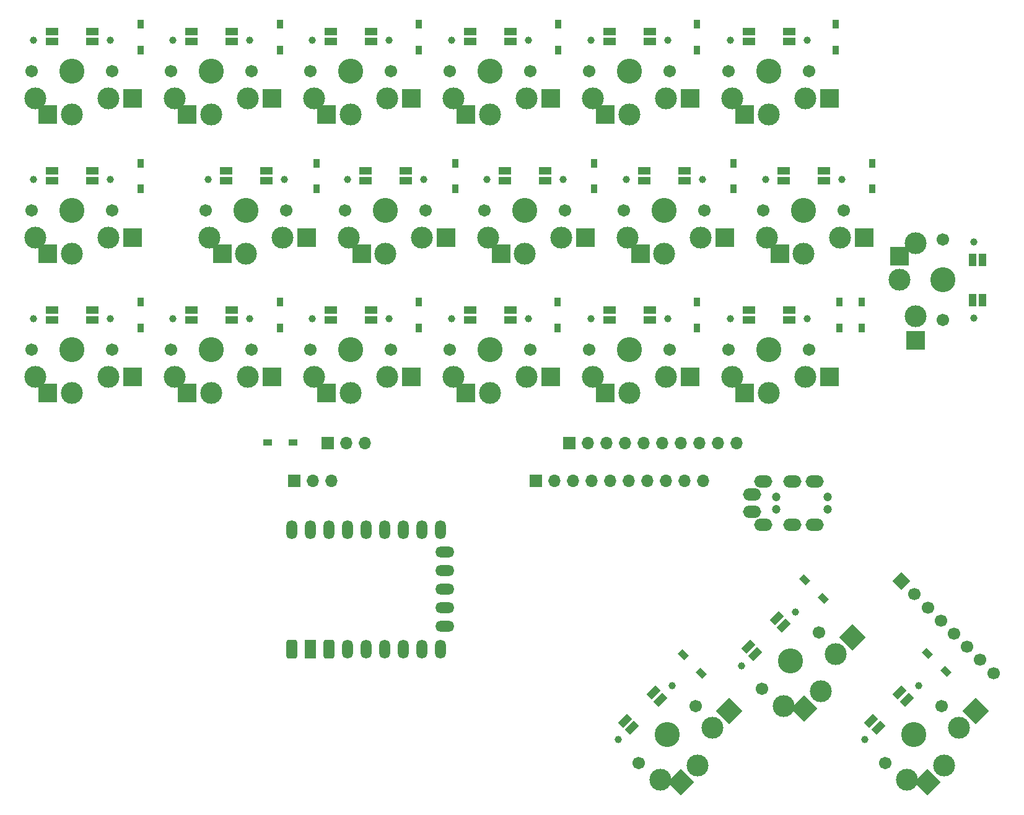
<source format=gbr>
G04 #@! TF.GenerationSoftware,KiCad,Pcbnew,8.0.3*
G04 #@! TF.CreationDate,2024-06-24T22:19:19+09:00*
G04 #@! TF.ProjectId,sepsepkbd,73657073-6570-46b6-9264-2e6b69636164,2.1*
G04 #@! TF.SameCoordinates,Original*
G04 #@! TF.FileFunction,Soldermask,Top*
G04 #@! TF.FilePolarity,Negative*
%FSLAX46Y46*%
G04 Gerber Fmt 4.6, Leading zero omitted, Abs format (unit mm)*
G04 Created by KiCad (PCBNEW 8.0.3) date 2024-06-24 22:19:19*
%MOMM*%
%LPD*%
G01*
G04 APERTURE LIST*
G04 Aperture macros list*
%AMRoundRect*
0 Rectangle with rounded corners*
0 $1 Rounding radius*
0 $2 $3 $4 $5 $6 $7 $8 $9 X,Y pos of 4 corners*
0 Add a 4 corners polygon primitive as box body*
4,1,4,$2,$3,$4,$5,$6,$7,$8,$9,$2,$3,0*
0 Add four circle primitives for the rounded corners*
1,1,$1+$1,$2,$3*
1,1,$1+$1,$4,$5*
1,1,$1+$1,$6,$7*
1,1,$1+$1,$8,$9*
0 Add four rect primitives between the rounded corners*
20,1,$1+$1,$2,$3,$4,$5,0*
20,1,$1+$1,$4,$5,$6,$7,0*
20,1,$1+$1,$6,$7,$8,$9,0*
20,1,$1+$1,$8,$9,$2,$3,0*%
%AMHorizOval*
0 Thick line with rounded ends*
0 $1 width*
0 $2 $3 position (X,Y) of the first rounded end (center of the circle)*
0 $4 $5 position (X,Y) of the second rounded end (center of the circle)*
0 Add line between two ends*
20,1,$1,$2,$3,$4,$5,0*
0 Add two circle primitives to create the rounded ends*
1,1,$1,$2,$3*
1,1,$1,$4,$5*%
%AMRotRect*
0 Rectangle, with rotation*
0 The origin of the aperture is its center*
0 $1 length*
0 $2 width*
0 $3 Rotation angle, in degrees counterclockwise*
0 Add horizontal line*
21,1,$1,$2,0,0,$3*%
G04 Aperture macros list end*
%ADD10R,1.700000X1.700000*%
%ADD11O,1.700000X1.700000*%
%ADD12RotRect,1.700000X1.700000X45.000000*%
%ADD13HorizOval,1.700000X0.000000X0.000000X0.000000X0.000000X0*%
%ADD14R,0.950000X1.300000*%
%ADD15R,1.700000X1.000000*%
%ADD16C,1.701800*%
%ADD17C,0.990600*%
%ADD18C,3.000000*%
%ADD19C,3.429000*%
%ADD20R,2.600000X2.600000*%
%ADD21RotRect,2.600000X2.600000X45.000000*%
%ADD22R,1.000000X1.700000*%
%ADD23R,1.300000X0.950000*%
%ADD24RotRect,1.700000X1.000000X45.000000*%
%ADD25C,1.200000*%
%ADD26O,2.500000X1.700000*%
%ADD27O,1.500000X2.600000*%
%ADD28O,2.600000X1.500000*%
%ADD29RoundRect,0.375000X0.375000X-0.925000X0.375000X0.925000X-0.375000X0.925000X-0.375000X-0.925000X0*%
%ADD30R,1.500000X2.600000*%
%ADD31RotRect,1.300000X0.950000X315.000000*%
G04 APERTURE END LIST*
D10*
X97000000Y-78000000D03*
D11*
X99540000Y-78000000D03*
X102080000Y-78000000D03*
X104620000Y-78000000D03*
X107160000Y-78000000D03*
X109700000Y-78000000D03*
X112240000Y-78000000D03*
X114780000Y-78000000D03*
X117320000Y-78000000D03*
X119860000Y-78000000D03*
D10*
X64000000Y-78000000D03*
D11*
X66540000Y-78000000D03*
X69080000Y-78000000D03*
D12*
X142391636Y-96900000D03*
D13*
X144187687Y-98696051D03*
X145983738Y-100492102D03*
X147779790Y-102288154D03*
X149575841Y-104084205D03*
X151371892Y-105880256D03*
X153167943Y-107676307D03*
X154963995Y-109472359D03*
D10*
X59391636Y-83200000D03*
D11*
X61931636Y-83200000D03*
X64471636Y-83200000D03*
D10*
X92391636Y-83200000D03*
D11*
X94931636Y-83200000D03*
X97471636Y-83200000D03*
X100011636Y-83200000D03*
X102551636Y-83200000D03*
X105091636Y-83200000D03*
X107631636Y-83200000D03*
X110171636Y-83200000D03*
X112711636Y-83200000D03*
X115251636Y-83200000D03*
D14*
X133420000Y-20700000D03*
X133420000Y-24250000D03*
X100420000Y-39700000D03*
X100420000Y-43250000D03*
D15*
X50820000Y-21700000D03*
X50820000Y-23100000D03*
X45320000Y-23100000D03*
X45320000Y-21700000D03*
D16*
X85432500Y-46150000D03*
D17*
X85712500Y-41950000D03*
D18*
X85932500Y-49900000D03*
D19*
X90932500Y-46150000D03*
D18*
X90932500Y-52100000D03*
X95932500Y-49900000D03*
D17*
X96152500Y-41950000D03*
D16*
X96432500Y-46150000D03*
D20*
X87657500Y-52100000D03*
X99207500Y-49900000D03*
D15*
X69870000Y-21700000D03*
X69870000Y-23100000D03*
X64370000Y-23100000D03*
X64370000Y-21700000D03*
D16*
X148082500Y-50175000D03*
D17*
X152282500Y-50455000D03*
D18*
X144332500Y-50675000D03*
D19*
X148082500Y-55675000D03*
D18*
X142132500Y-55675000D03*
X144332500Y-60675000D03*
D17*
X152282500Y-60895000D03*
D16*
X148082500Y-61175000D03*
D20*
X142132500Y-52400000D03*
X144332500Y-63950000D03*
D14*
X57420000Y-20700000D03*
X57420000Y-24250000D03*
D15*
X55582500Y-40750000D03*
X55582500Y-42150000D03*
X50082500Y-42150000D03*
X50082500Y-40750000D03*
X88920000Y-21700000D03*
X88920000Y-23100000D03*
X83420000Y-23100000D03*
X83420000Y-21700000D03*
D16*
X104482500Y-46150000D03*
D17*
X104762500Y-41950000D03*
D18*
X104982500Y-49900000D03*
D19*
X109982500Y-46150000D03*
D18*
X109982500Y-52100000D03*
X114982500Y-49900000D03*
D17*
X115202500Y-41950000D03*
D16*
X115482500Y-46150000D03*
D20*
X106707500Y-52100000D03*
X118257500Y-49900000D03*
D16*
X61620000Y-65200000D03*
D17*
X61900000Y-61000000D03*
D18*
X62120000Y-68950000D03*
D19*
X67120000Y-65200000D03*
D18*
X67120000Y-71150000D03*
X72120000Y-68950000D03*
D17*
X72340000Y-61000000D03*
D16*
X72620000Y-65200000D03*
D20*
X63845000Y-71150000D03*
X75395000Y-68950000D03*
D16*
X23520000Y-46150000D03*
D17*
X23800000Y-41950000D03*
D18*
X24020000Y-49900000D03*
D19*
X29020000Y-46150000D03*
D18*
X29020000Y-52100000D03*
X34020000Y-49900000D03*
D17*
X34240000Y-41950000D03*
D16*
X34520000Y-46150000D03*
D20*
X25745000Y-52100000D03*
X37295000Y-49900000D03*
D14*
X76420000Y-20700000D03*
X76420000Y-24250000D03*
D16*
X106464569Y-121766875D03*
D17*
X103692710Y-118599037D03*
D18*
X109469773Y-124064972D03*
D19*
X110353656Y-117877788D03*
D18*
X114560941Y-122085073D03*
X116540840Y-116993905D03*
D17*
X111074905Y-111216842D03*
D16*
X114242743Y-113988701D03*
D21*
X112245167Y-124400848D03*
X118856615Y-114678130D03*
D16*
X140140529Y-121766875D03*
D17*
X137368670Y-118599037D03*
D18*
X143145733Y-124064972D03*
D19*
X144029616Y-117877788D03*
D18*
X148236901Y-122085073D03*
X150216800Y-116993905D03*
D17*
X144750865Y-111216842D03*
D16*
X147918703Y-113988701D03*
D21*
X145921127Y-124400848D03*
X152532575Y-114678130D03*
D14*
X38420000Y-20700000D03*
X38420000Y-24250000D03*
D22*
X153482500Y-58425000D03*
X152082500Y-58425000D03*
X152082500Y-52925000D03*
X153482500Y-52925000D03*
D23*
X55725000Y-77900000D03*
X59275000Y-77900000D03*
D15*
X69870000Y-59800000D03*
X69870000Y-61200000D03*
X64370000Y-61200000D03*
X64370000Y-59800000D03*
D14*
X57420000Y-58700000D03*
X57420000Y-62250000D03*
D15*
X31770000Y-21700000D03*
X31770000Y-23100000D03*
X26270000Y-23100000D03*
X26270000Y-21700000D03*
D24*
X108479823Y-112114869D03*
X109469772Y-113104818D03*
X105580685Y-116993905D03*
X104590736Y-116003956D03*
D14*
X136920000Y-58700000D03*
X136920000Y-62250000D03*
D25*
X132291636Y-85350000D03*
X125291636Y-85350000D03*
X132291636Y-87100000D03*
X125291636Y-87100000D03*
D26*
X121991636Y-85000000D03*
X121991636Y-87450000D03*
X130491636Y-83250000D03*
X130491636Y-89200000D03*
X127491636Y-83250000D03*
X127491636Y-89200000D03*
X123491636Y-83250000D03*
X123491636Y-89200000D03*
D14*
X133920000Y-58700000D03*
X133920000Y-62250000D03*
D24*
X125317804Y-102012080D03*
X126307753Y-103002029D03*
X122418666Y-106891116D03*
X121428717Y-105901167D03*
D14*
X38420000Y-39700000D03*
X38420000Y-43250000D03*
D15*
X31770000Y-40750000D03*
X31770000Y-42150000D03*
X26270000Y-42150000D03*
X26270000Y-40750000D03*
X107970000Y-21700000D03*
X107970000Y-23100000D03*
X102470000Y-23100000D03*
X102470000Y-21700000D03*
X50820000Y-59800000D03*
X50820000Y-61200000D03*
X45320000Y-61200000D03*
X45320000Y-59800000D03*
X88920000Y-59800000D03*
X88920000Y-61200000D03*
X83420000Y-61200000D03*
X83420000Y-59800000D03*
D16*
X123532500Y-46150000D03*
D17*
X123812500Y-41950000D03*
D18*
X124032500Y-49900000D03*
D19*
X129032500Y-46150000D03*
D18*
X129032500Y-52100000D03*
X134032500Y-49900000D03*
D17*
X134252500Y-41950000D03*
D16*
X134532500Y-46150000D03*
D20*
X125757500Y-52100000D03*
X137307500Y-49900000D03*
D16*
X80670000Y-65200000D03*
D17*
X80950000Y-61000000D03*
D18*
X81170000Y-68950000D03*
D19*
X86170000Y-65200000D03*
D18*
X86170000Y-71150000D03*
X91170000Y-68950000D03*
D17*
X91390000Y-61000000D03*
D16*
X91670000Y-65200000D03*
D20*
X82895000Y-71150000D03*
X94445000Y-68950000D03*
D16*
X123302549Y-111664087D03*
D17*
X120530690Y-108496249D03*
D18*
X126307753Y-113962184D03*
D19*
X127191636Y-107775000D03*
D18*
X131398921Y-111982285D03*
X133378820Y-106891117D03*
D17*
X127912885Y-101114054D03*
D16*
X131080723Y-103885913D03*
D21*
X129083147Y-114298060D03*
X135694595Y-104575342D03*
D14*
X114420000Y-20700000D03*
X114420000Y-24250000D03*
D15*
X93682500Y-40750000D03*
X93682500Y-42150000D03*
X88182500Y-42150000D03*
X88182500Y-40750000D03*
X107970000Y-59800000D03*
X107970000Y-61200000D03*
X102470000Y-61200000D03*
X102470000Y-59800000D03*
D14*
X95420000Y-58700000D03*
X95420000Y-62250000D03*
D16*
X66382500Y-46150000D03*
D17*
X66662500Y-41950000D03*
D18*
X66882500Y-49900000D03*
D19*
X71882500Y-46150000D03*
D18*
X71882500Y-52100000D03*
X76882500Y-49900000D03*
D17*
X77102500Y-41950000D03*
D16*
X77382500Y-46150000D03*
D20*
X68607500Y-52100000D03*
X80157500Y-49900000D03*
D15*
X127020000Y-21700000D03*
X127020000Y-23100000D03*
X121520000Y-23100000D03*
X121520000Y-21700000D03*
D16*
X118770000Y-27100000D03*
D17*
X119050000Y-22900000D03*
D18*
X119270000Y-30850000D03*
D19*
X124270000Y-27100000D03*
D18*
X124270000Y-33050000D03*
X129270000Y-30850000D03*
D17*
X129490000Y-22900000D03*
D16*
X129770000Y-27100000D03*
D20*
X120995000Y-33050000D03*
X132545000Y-30850000D03*
D27*
X59081636Y-89830000D03*
X61621636Y-89830000D03*
X64161637Y-89830000D03*
X66701636Y-89830000D03*
X69241636Y-89830000D03*
X71781636Y-89830000D03*
X74321635Y-89830000D03*
X76861636Y-89830000D03*
X79401636Y-89830000D03*
D28*
X79951636Y-92920000D03*
X79951636Y-95460000D03*
X79951636Y-98000000D03*
X79951636Y-100540000D03*
X79951636Y-103080000D03*
D27*
X79401636Y-106170000D03*
X76861636Y-106170000D03*
X74321635Y-106170000D03*
X71781636Y-106170000D03*
X69241636Y-106170000D03*
X66701636Y-106170000D03*
D29*
X64161637Y-106170000D03*
D30*
X61621636Y-106170000D03*
D29*
X59081636Y-106170000D03*
D14*
X62420000Y-39700000D03*
X62420000Y-43250000D03*
X76420000Y-58700000D03*
X76420000Y-62250000D03*
X81420000Y-39700000D03*
X81420000Y-43250000D03*
X114420000Y-58700000D03*
X114420000Y-62250000D03*
D16*
X42570000Y-65200000D03*
D17*
X42850000Y-61000000D03*
D18*
X43070000Y-68950000D03*
D19*
X48070000Y-65200000D03*
D18*
X48070000Y-71150000D03*
X53070000Y-68950000D03*
D17*
X53290000Y-61000000D03*
D16*
X53570000Y-65200000D03*
D20*
X44795000Y-71150000D03*
X56345000Y-68950000D03*
D16*
X23520000Y-65200000D03*
D17*
X23800000Y-61000000D03*
D18*
X24020000Y-68950000D03*
D19*
X29020000Y-65200000D03*
D18*
X29020000Y-71150000D03*
X34020000Y-68950000D03*
D17*
X34240000Y-61000000D03*
D16*
X34520000Y-65200000D03*
D20*
X25745000Y-71150000D03*
X37295000Y-68950000D03*
D16*
X42570000Y-27100000D03*
D17*
X42850000Y-22900000D03*
D18*
X43070000Y-30850000D03*
D19*
X48070000Y-27100000D03*
D18*
X48070000Y-33050000D03*
X53070000Y-30850000D03*
D17*
X53290000Y-22900000D03*
D16*
X53570000Y-27100000D03*
D20*
X44795000Y-33050000D03*
X56345000Y-30850000D03*
D14*
X95462500Y-20700000D03*
X95462500Y-24250000D03*
D16*
X23520000Y-27100000D03*
D17*
X23800000Y-22900000D03*
D18*
X24020000Y-30850000D03*
D19*
X29020000Y-27100000D03*
D18*
X29020000Y-33050000D03*
X34020000Y-30850000D03*
D17*
X34240000Y-22900000D03*
D16*
X34520000Y-27100000D03*
D20*
X25745000Y-33050000D03*
X37295000Y-30850000D03*
D16*
X99720000Y-27100000D03*
D17*
X100000000Y-22900000D03*
D18*
X100220000Y-30850000D03*
D19*
X105220000Y-27100000D03*
D18*
X105220000Y-33050000D03*
X110220000Y-30850000D03*
D17*
X110440000Y-22900000D03*
D16*
X110720000Y-27100000D03*
D20*
X101945000Y-33050000D03*
X113495000Y-30850000D03*
D16*
X47332500Y-46150000D03*
D17*
X47612500Y-41950000D03*
D18*
X47832500Y-49900000D03*
D19*
X52832500Y-46150000D03*
D18*
X52832500Y-52100000D03*
X57832500Y-49900000D03*
D17*
X58052500Y-41950000D03*
D16*
X58332500Y-46150000D03*
D20*
X49557500Y-52100000D03*
X61107500Y-49900000D03*
D15*
X74632500Y-40750000D03*
X74632500Y-42150000D03*
X69132500Y-42150000D03*
X69132500Y-40750000D03*
X31770000Y-59800000D03*
X31770000Y-61200000D03*
X26270000Y-61200000D03*
X26270000Y-59800000D03*
X112732500Y-40750000D03*
X112732500Y-42150000D03*
X107232500Y-42150000D03*
X107232500Y-40750000D03*
X131782500Y-40750000D03*
X131782500Y-42150000D03*
X126282500Y-42150000D03*
X126282500Y-40750000D03*
D16*
X80670000Y-27100000D03*
D17*
X80950000Y-22900000D03*
D18*
X81170000Y-30850000D03*
D19*
X86170000Y-27100000D03*
D18*
X86170000Y-33050000D03*
X91170000Y-30850000D03*
D17*
X91390000Y-22900000D03*
D16*
X91670000Y-27100000D03*
D20*
X82895000Y-33050000D03*
X94445000Y-30850000D03*
D15*
X127020000Y-59800000D03*
X127020000Y-61200000D03*
X121520000Y-61200000D03*
X121520000Y-59800000D03*
D14*
X119420000Y-39700000D03*
X119420000Y-43250000D03*
X38420000Y-58700000D03*
X38420000Y-62250000D03*
D16*
X61620000Y-27100000D03*
D17*
X61900000Y-22900000D03*
D18*
X62120000Y-30850000D03*
D19*
X67120000Y-27100000D03*
D18*
X67120000Y-33050000D03*
X72120000Y-30850000D03*
D17*
X72340000Y-22900000D03*
D16*
X72620000Y-27100000D03*
D20*
X63845000Y-33050000D03*
X75395000Y-30850000D03*
D14*
X138420000Y-39700000D03*
X138420000Y-43250000D03*
D24*
X142155784Y-112114868D03*
X143145733Y-113104817D03*
X139256646Y-116993904D03*
X138266697Y-116003955D03*
D16*
X99720000Y-65200000D03*
D17*
X100000000Y-61000000D03*
D18*
X100220000Y-68950000D03*
D19*
X105220000Y-65200000D03*
D18*
X105220000Y-71150000D03*
X110220000Y-68950000D03*
D17*
X110440000Y-61000000D03*
D16*
X110720000Y-65200000D03*
D20*
X101945000Y-71150000D03*
X113495000Y-68950000D03*
D16*
X118770000Y-65200000D03*
D17*
X119050000Y-61000000D03*
D18*
X119270000Y-68950000D03*
D19*
X124270000Y-65200000D03*
D18*
X124270000Y-71150000D03*
X129270000Y-68950000D03*
D17*
X129490000Y-61000000D03*
D16*
X129770000Y-65200000D03*
D20*
X120995000Y-71150000D03*
X132545000Y-68950000D03*
D31*
X129159160Y-96712314D03*
X131669390Y-99222544D03*
X112542151Y-106965362D03*
X115052381Y-109475592D03*
X145961785Y-106779746D03*
X148472015Y-109289976D03*
M02*

</source>
